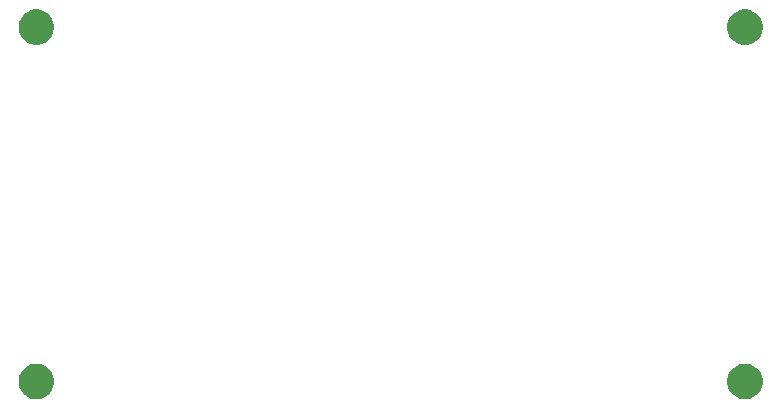
<source format=gbr>
%TF.GenerationSoftware,Altium Limited,Altium Designer,21.2.2 (38)*%
G04 Layer_Color=0*
%FSLAX45Y45*%
%MOMM*%
%TF.SameCoordinates,908A5498-0BB4-4271-8F68-DE63ACD0DB91*%
%TF.FilePolarity,Positive*%
%TF.FileFunction,NonPlated,1,2,NPTH,Drill*%
%TF.Part,Single*%
G01*
G75*
G36*
X7850000Y500000D02*
Y485226D01*
X7855764Y456246D01*
X7867072Y428948D01*
X7883487Y404380D01*
X7904380Y383487D01*
X7928948Y367072D01*
X7956246Y355764D01*
X7985226Y350000D01*
X8000000D01*
X8014774D01*
X8043753Y355764D01*
X8071051Y367072D01*
X8095619Y383487D01*
X8116512Y404380D01*
X8132928Y428948D01*
X8144235Y456246D01*
X8150000Y485226D01*
Y500000D01*
Y514774D01*
X8144235Y543753D01*
X8132928Y571051D01*
X8116512Y595619D01*
X8095619Y616512D01*
X8071051Y632928D01*
X8043753Y644235D01*
X8014774Y650000D01*
X8000000D01*
X7985226D01*
X7956246Y644235D01*
X7928948Y632928D01*
X7904380Y616512D01*
X7883487Y595619D01*
X7867072Y571051D01*
X7855764Y543753D01*
X7850000Y514774D01*
Y500000D01*
D01*
D02*
G37*
G36*
Y3500000D02*
Y3485226D01*
X7855764Y3456247D01*
X7867072Y3428948D01*
X7883487Y3404381D01*
X7904380Y3383488D01*
X7928948Y3367072D01*
X7956246Y3355764D01*
X7985226Y3350000D01*
X8000000D01*
X8014774D01*
X8043753Y3355764D01*
X8071051Y3367072D01*
X8095619Y3383488D01*
X8116512Y3404381D01*
X8132928Y3428948D01*
X8144235Y3456247D01*
X8150000Y3485226D01*
Y3500000D01*
Y3514774D01*
X8144235Y3543753D01*
X8132928Y3571052D01*
X8116512Y3595619D01*
X8095619Y3616512D01*
X8071051Y3632928D01*
X8043753Y3644236D01*
X8014774Y3650000D01*
X8000000D01*
X7985226D01*
X7956246Y3644236D01*
X7928948Y3632928D01*
X7904380Y3616512D01*
X7883487Y3595619D01*
X7867072Y3571052D01*
X7855764Y3543753D01*
X7850000Y3514774D01*
Y3500000D01*
D01*
D02*
G37*
G36*
X1850000Y500000D02*
Y485226D01*
X1855764Y456246D01*
X1867072Y428948D01*
X1883487Y404380D01*
X1904380Y383487D01*
X1928948Y367072D01*
X1956247Y355764D01*
X1985226Y350000D01*
X2000000D01*
X2014774D01*
X2043753Y355764D01*
X2071051Y367072D01*
X2095619Y383487D01*
X2116512Y404380D01*
X2132928Y428948D01*
X2144235Y456246D01*
X2150000Y485226D01*
Y500000D01*
Y514774D01*
X2144235Y543753D01*
X2132928Y571051D01*
X2116512Y595619D01*
X2095619Y616512D01*
X2071051Y632928D01*
X2043753Y644235D01*
X2014774Y650000D01*
X2000000D01*
X1985226D01*
X1956247Y644235D01*
X1928948Y632928D01*
X1904380Y616512D01*
X1883487Y595619D01*
X1867072Y571051D01*
X1855764Y543753D01*
X1850000Y514774D01*
Y500000D01*
D01*
D02*
G37*
G36*
X2000000Y3350000D02*
X1985226D01*
X1956247Y3355764D01*
X1928948Y3367072D01*
X1904380Y3383488D01*
X1883487Y3404381D01*
X1867072Y3428948D01*
X1855764Y3456247D01*
X1850000Y3485226D01*
Y3500000D01*
Y3514774D01*
X1855764Y3543753D01*
X1867072Y3571052D01*
X1883487Y3595619D01*
X1904380Y3616512D01*
X1928948Y3632928D01*
X1956247Y3644236D01*
X1985226Y3650000D01*
X2000000D01*
X2014774D01*
X2043753Y3644236D01*
X2071051Y3632928D01*
X2095619Y3616512D01*
X2116512Y3595619D01*
X2132928Y3571052D01*
X2144235Y3543753D01*
X2150000Y3514774D01*
Y3500000D01*
Y3485226D01*
X2144235Y3456247D01*
X2132928Y3428948D01*
X2116512Y3404381D01*
X2095619Y3383488D01*
X2071051Y3367072D01*
X2043753Y3355764D01*
X2014774Y3350000D01*
X2000000D01*
D01*
D02*
G37*
%TF.MD5,f68235e17381ac6b943e70b4dd802302*%
M02*

</source>
